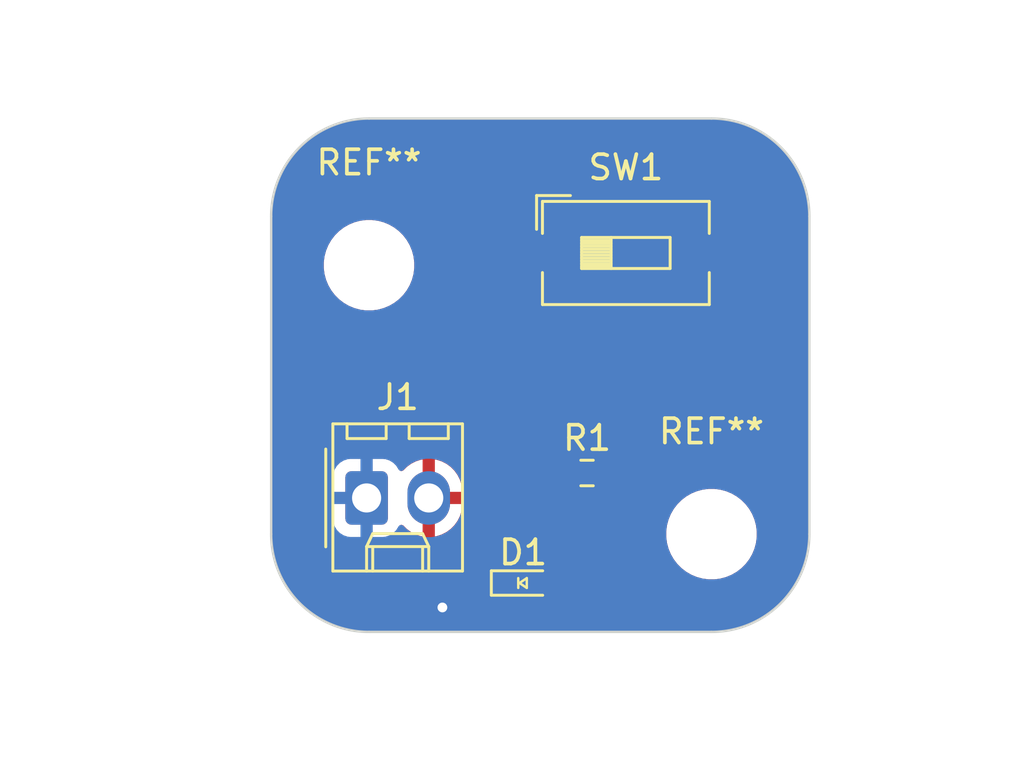
<source format=kicad_pcb>
(kicad_pcb (version 20240108) (generator "pcbnew") (generator_version "8.0")
  (title_block (title "LED Project") (date "2022-08-16") (rev "0.0") (company "Illini Solar Car") (comment 1 "Designed By: Faraaz Shah"))
  (layers (0 "F.Cu" signal) (31 "B.Cu" signal) (34 "B.Paste" user) (35 "F.Paste" user) (36 "B.SilkS" user "B.Silkscreen") (37 "F.SilkS" user "F.Silkscreen") (38 "B.Mask" user) (39 "F.Mask" user) (44 "Edge.Cuts" user))
  (net 0 "")
  (net 1 "Net-(D1-A)")
  (net 2 "GND")
  (net 3 "+3V3")
  (net 4 "Net-(R1-Pad1)")
  (footprint "Button_Switch_SMD:SW_DIP_SPSTx01_Slide_6.7x4.1mm_W8.61mm_P2.54mm_LowProfile" (layer "F.Cu") (at 126.5 95.5)
    (property "Reference" "SW1" (at 0 -3.5 0) (layer "F.SilkS"))
    (property "Value" "SW_Push")
    (fp_line (start -3.65 -2.35) (end -3.65 -0.967) (stroke (width 0.12)) (layer "F.SilkS"))
    (fp_line (start -3.65 -2.35) (end -2.267 -2.35) (stroke (width 0.12)) (layer "F.SilkS"))
    (fp_line (start -3.41 -2.11) (end -3.41 -0.8) (stroke (width 0.12)) (layer "F.SilkS"))
    (fp_line (start -3.41 -2.11) (end 3.41 -2.11) (stroke (width 0.12)) (layer "F.SilkS"))
    (fp_line (start -3.41 0.8) (end -3.41 2.11) (stroke (width 0.12)) (layer "F.SilkS"))
    (fp_line (start -3.41 2.11) (end 3.41 2.11) (stroke (width 0.12)) (layer "F.SilkS"))
    (fp_line (start -1.81 -0.635) (end -1.81 0.635) (stroke (width 0.12)) (layer "F.SilkS"))
    (fp_line (start -1.81 -0.515) (end -0.603333 -0.515) (stroke (width 0.12)) (layer "F.SilkS"))
    (fp_line (start -1.81 -0.395) (end -0.603333 -0.395) (stroke (width 0.12)) (layer "F.SilkS"))
    (fp_line (start -1.81 -0.275) (end -0.603333 -0.275) (stroke (width 0.12)) (layer "F.SilkS"))
    (fp_line (start -1.81 -0.155) (end -0.603333 -0.155) (stroke (width 0.12)) (layer "F.SilkS"))
    (fp_line (start -1.81 -0.035) (end -0.603333 -0.035) (stroke (width 0.12)) (layer "F.SilkS"))
    (fp_line (start -1.81 0.085) (end -0.603333 0.085) (stroke (width 0.12)) (layer "F.SilkS"))
    (fp_line (start -1.81 0.205) (end -0.603333 0.205) (stroke (width 0.12)) (layer "F.SilkS"))
    (fp_line (start -1.81 0.325) (end -0.603333 0.325) (stroke (width 0.12)) (layer "F.SilkS"))
    (fp_line (start -1.81 0.445) (end -0.603333 0.445) (stroke (width 0.12)) (layer "F.SilkS"))
    (fp_line (start -1.81 0.565) (end -0.603333 0.565) (stroke (width 0.12)) (layer "F.SilkS"))
    (fp_line (start -1.81 0.635) (end 1.81 0.635) (stroke (width 0.12)) (layer "F.SilkS"))
    (fp_line (start -0.603333 -0.635) (end -0.603333 0.635) (stroke (width 0.12)) (layer "F.SilkS"))
    (fp_line (start 1.81 -0.635) (end -1.81 -0.635) (stroke (width 0.12)) (layer "F.SilkS"))
    (fp_line (start 1.81 0.635) (end 1.81 -0.635) (stroke (width 0.12)) (layer "F.SilkS"))
    (fp_line (start 3.41 -2.11) (end 3.41 -0.8) (stroke (width 0.12)) (layer "F.SilkS"))
    (fp_line (start 3.41 0.8) (end 3.41 2.11) (stroke (width 0.12)) (layer "F.SilkS"))
    (pad "1" smd rect (at -4.305 0) (size 2.44 1.12) (layers "F.Cu" "F.Paste" "F.Mask") (net 3 "+3V3"))
    (pad "2" smd rect (at 4.305 0) (size 2.44 1.12) (layers "F.Cu" "F.Paste" "F.Mask") (net 4 "Net-(R1-Pad1)"))
  )
  (footprint "MountingHole:MountingHole_3.2mm_M3" (layer "F.Cu") (at 130 107)
    (property "Reference" "REF**" (at 0 -4.2 0) (layer "F.SilkS"))
    (property "Value" "MountingHole_3.2mm_M3")
    (pad "" np_thru_hole circle (at 0 0) (size 3.2 3.2) (drill 3.2) (layers "*.Cu" "*.Mask"))
  )
  (footprint "Connector_Molex:Molex_KK-254_AE-6410-02A_1x02_P2.54mm_Vertical" (layer "F.Cu") (at 115.901573 105.52)
    (property "Reference" "J1" (at 1.27 -4.12 0) (layer "F.SilkS"))
    (property "Value" "Conn_01x02")
    (fp_line (start -1.67 -2) (end -1.67 2) (stroke (width 0.12)) (layer "F.SilkS"))
    (fp_line (start -1.38 -3.03) (end -1.38 2.99) (stroke (width 0.12)) (layer "F.SilkS"))
    (fp_line (start -1.38 2.99) (end 3.92 2.99) (stroke (width 0.12)) (layer "F.SilkS"))
    (fp_line (start -0.8 -3.03) (end -0.8 -2.43) (stroke (width 0.12)) (layer "F.SilkS"))
    (fp_line (start -0.8 -2.43) (end 0.8 -2.43) (stroke (width 0.12)) (layer "F.SilkS"))
    (fp_line (start 0 1.99) (end 0.25 1.46) (stroke (width 0.12)) (layer "F.SilkS"))
    (fp_line (start 0 1.99) (end 2.54 1.99) (stroke (width 0.12)) (layer "F.SilkS"))
    (fp_line (start 0 2.99) (end 0 1.99) (stroke (width 0.12)) (layer "F.SilkS"))
    (fp_line (start 0.25 1.46) (end 2.29 1.46) (stroke (width 0.12)) (layer "F.SilkS"))
    (fp_line (start 0.25 2.99) (end 0.25 1.99) (stroke (width 0.12)) (layer "F.SilkS"))
    (fp_line (start 0.8 -2.43) (end 0.8 -3.03) (stroke (width 0.12)) (layer "F.SilkS"))
    (fp_line (start 1.74 -3.03) (end 1.74 -2.43) (stroke (width 0.12)) (layer "F.SilkS"))
    (fp_line (start 1.74 -2.43) (end 3.34 -2.43) (stroke (width 0.12)) (layer "F.SilkS"))
    (fp_line (start 2.29 1.46) (end 2.54 1.99) (stroke (width 0.12)) (layer "F.SilkS"))
    (fp_line (start 2.29 2.99) (end 2.29 1.99) (stroke (width 0.12)) (layer "F.SilkS"))
    (fp_line (start 2.54 1.99) (end 2.54 2.99) (stroke (width 0.12)) (layer "F.SilkS"))
    (fp_line (start 3.34 -2.43) (end 3.34 -3.03) (stroke (width 0.12)) (layer "F.SilkS"))
    (fp_line (start 3.92 -3.03) (end -1.38 -3.03) (stroke (width 0.12)) (layer "F.SilkS"))
    (fp_line (start 3.92 2.99) (end 3.92 -3.03) (stroke (width 0.12)) (layer "F.SilkS"))
    (pad "1" thru_hole roundrect (at 0 0) (size 1.74 2.19) (drill 1.19) (layers "*.Cu" "*.Mask") (roundrect_rratio 0.143678) (net 2 "GND"))
    (pad "2" thru_hole oval (at 2.54 0) (size 1.74 2.19) (drill 1.19) (layers "*.Cu" "*.Mask") (net 3 "+3V3"))
  )
  (footprint "MountingHole:MountingHole_3.2mm_M3" (layer "F.Cu") (at 116 96)
    (property "Reference" "REF**" (at 0 -4.2 0) (layer "F.SilkS"))
    (property "Value" "MountingHole_3.2mm_M3")
    (pad "" np_thru_hole circle (at 0 0) (size 3.2 3.2) (drill 3.2) (layers "*.Cu" "*.Mask"))
  )
  (footprint "layout:LED_0603_Symbol_on_F.SilkS" (layer "F.Cu") (at 122.3 109)
    (property "Reference" "D1" (at 0 -1.25 0) (layer "F.SilkS"))
    (property "Value" "LED_RED")
    (fp_line (start -1.3 -0.5) (end -1.3 0.5) (stroke (width 0.12)) (layer "F.SilkS"))
    (fp_line (start -1.3 -0.5) (end 0.8 -0.5) (stroke (width 0.12)) (layer "F.SilkS"))
    (fp_line (start -1.3 0.5) (end 0.8 0.5) (stroke (width 0.12)) (layer "F.SilkS"))
    (fp_line (start -0.2 -0.2) (end -0.2 0.2) (stroke (width 0.1)) (layer "F.SilkS"))
    (fp_line (start -0.15 0) (end 0.15 -0.2) (stroke (width 0.1)) (layer "F.SilkS"))
    (fp_line (start 0.15 -0.2) (end 0.15 0.2) (stroke (width 0.1)) (layer "F.SilkS"))
    (fp_line (start 0.15 0.2) (end -0.15 0) (stroke (width 0.1)) (layer "F.SilkS"))
    (pad "1" smd rect (at -0.8 0 180) (size 0.8 0.8) (layers "F.Cu" "F.Paste" "F.Mask") (net 2 "GND"))
    (pad "2" smd rect (at 0.8 0 180) (size 0.8 0.8) (layers "F.Cu" "F.Paste" "F.Mask") (net 1 "Net-(D1-A)"))
  )
  (footprint "Resistor_SMD:R_0603_1608Metric_Pad0.98x0.95mm_HandSolder" (layer "F.Cu") (at 124.9125 104.5)
    (property "Reference" "R1" (at 0 -1.43 0) (layer "F.SilkS"))
    (property "Value" "105")
    (fp_line (start -0.254724 -0.5225) (end 0.254724 -0.5225) (stroke (width 0.12)) (layer "F.SilkS"))
    (fp_line (start -0.254724 0.5225) (end 0.254724 0.5225) (stroke (width 0.12)) (layer "F.SilkS"))
    (pad "1" smd roundrect (at -0.9125 0) (size 0.975 0.95) (layers "F.Cu" "F.Paste" "F.Mask") (net 4 "Net-(R1-Pad1)"))
    (pad "2" smd roundrect (at 0.9125 0) (size 0.975 0.95) (layers "F.Cu" "F.Paste" "F.Mask") (net 1 "Net-(D1-A)"))
  )
  (gr_arc (start 112 94) (mid 113.171573 91.171573) (end 116 90) (stroke (width 0.1)) (layer "Edge.Cuts"))
  (gr_arc (start 134 107) (mid 132.828427 109.828427) (end 130 111) (stroke (width 0.1)) (layer "Edge.Cuts"))
  (gr_line (start 130 111) (end 116 111) (stroke (width 0.1)) (layer "Edge.Cuts"))
  (gr_line (start 116 90) (end 130 90) (stroke (width 0.1)) (layer "Edge.Cuts"))
  (gr_line (start 134 94) (end 134 107) (stroke (width 0.1)) (layer "Edge.Cuts"))
  (gr_line (start 112 107) (end 112 94) (stroke (width 0.1)) (layer "Edge.Cuts"))
  (gr_arc (start 130 90) (mid 132.828427 91.171573) (end 134 94) (stroke (width 0.1)) (layer "Edge.Cuts"))
  (gr_arc (start 116 111) (mid 113.171573 109.828427) (end 112 107) (stroke (width 0.1)) (layer "Edge.Cuts"))
  (segment (start 125.825 104.5) (end 125.825 105.175) (width 0.25) (layer "F.Cu") (net 1))
  (segment (start 125.825 105.175) (end 123.1 107.9) (width 0.25) (layer "F.Cu") (net 1))
  (segment (start 123.1 107.9) (end 123.1 109) (width 0.25) (layer "F.Cu") (net 1))
  (via (at 119 110) (size 0.8) (drill 0.4) (layers "F.Cu" "B.Cu") (net 2))
  (segment (start 122.195 97.805) (end 118.441573 101.558427) (width 0.25) (layer "F.Cu") (net 3))
  (segment (start 118.441573 101.558427) (end 118.441573 105.52) (width 0.25) (layer "F.Cu") (net 3))
  (segment (start 122.195 95.5) (end 122.195 97.805) (width 0.25) (layer "F.Cu") (net 3))
  (segment (start 124 101) (end 124 104.5) (width 0.25) (layer "F.Cu") (net 4))
  (segment (start 130.805 95.5) (end 130.805 98.195) (width 0.25) (layer "F.Cu") (net 4))
  (segment (start 126 99) (end 124 101) (width 0.25) (layer "F.Cu") (net 4))
  (segment (start 130 99) (end 126 99) (width 0.25) (layer "F.Cu") (net 4))
  (segment (start 130.805 98.195) (end 130 99) (width 0.25) (layer "F.Cu") (net 4))
  (zone (net 3) (net_name "+3V3") (layer "F.Cu") (connect_pads (clearance 0.508)) (min_thickness 0.25) (fill yes (thermal_gap 0.5) (thermal_bridge_width 0.5))
    (polygon (pts (xy 112 90) (xy 134 90) (xy 134 111) (xy 112 111)))
  )
  (zone (net 2) (net_name "GND") (layer "B.Cu") (priority 1) (connect_pads (clearance 0.508)) (min_thickness 0.25) (fill yes (thermal_gap 0.5) (thermal_bridge_width 0.5))
    (polygon (pts (xy 112 90) (xy 134 90) (xy 134 111) (xy 112 111)))
  )
)
</source>
